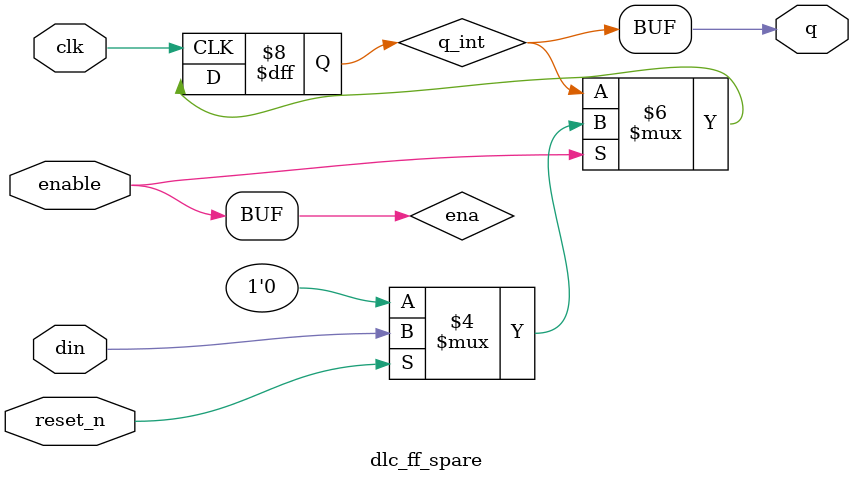
<source format=v>
`timescale 100ps/10ps
module dlc_ff_spare #(
parameter             width = 1,
parameter [width-1:0] rstv  = 0
)
(
input 	              clk,
input 	              reset_n,
input 	              enable,
input  [width-1:0]    din,
output [width-1:0]    q
 );
   

wire               ena  ;
reg [width-1:0]    q_int;

// this assignment is needed for synthesis
assign ena = enable;

// *** async reset on flip flop ***   
// always@(posedge clk or negedge reset_n)
// begin
//   if (~reset_n) q_int <= rstv;
//   else if (ena) q_int <= din;
// end 

//  test // *** sync reset on flip flop ***   
//  test always@(posedge clk && ena)
//  test begin
//  test   if (~reset_n) q_int <= rstv;
//  test   else q_int <= din;
//  test end 
//  orig // *** sync reset on flip flop ***   
//  orig always@(posedge clk)
//  orig begin
//  orig   if (~reset_n) q_int <= rstv;
//  orig   else if (ena) q_int <= din;
//  orig end 
   
  
// *** sync reset on flip flop ***   
always@(posedge clk)
begin
  if (ena) begin
      if (~reset_n) q_int <= rstv;
      else q_int <= din;
  end
end 
   
// *** no reset on flip flop ***   
//always@(posedge clk)
//begin
//  if (ena) q_int <= din;
//end 
   
assign q = q_int;
   
endmodule // dlc_ff_spare

</source>
